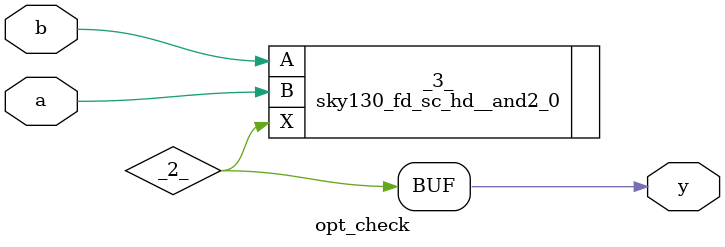
<source format=v>
/* Generated by Yosys 0.44+60 (git sha1 0fc5812dc, g++ 13.2.0-23ubuntu4 -fPIC -O3) */

module opt_check(a, b, y);
  wire _0_;
  wire _1_;
  wire _2_;
  input a;
  wire a;
  input b;
  wire b;
  output y;
  wire y;
  sky130_fd_sc_hd__and2_0 _3_ (
    .A(_1_),
    .B(_0_),
    .X(_2_)
  );
  assign _1_ = b;
  assign _0_ = a;
  assign y = _2_;
endmodule

</source>
